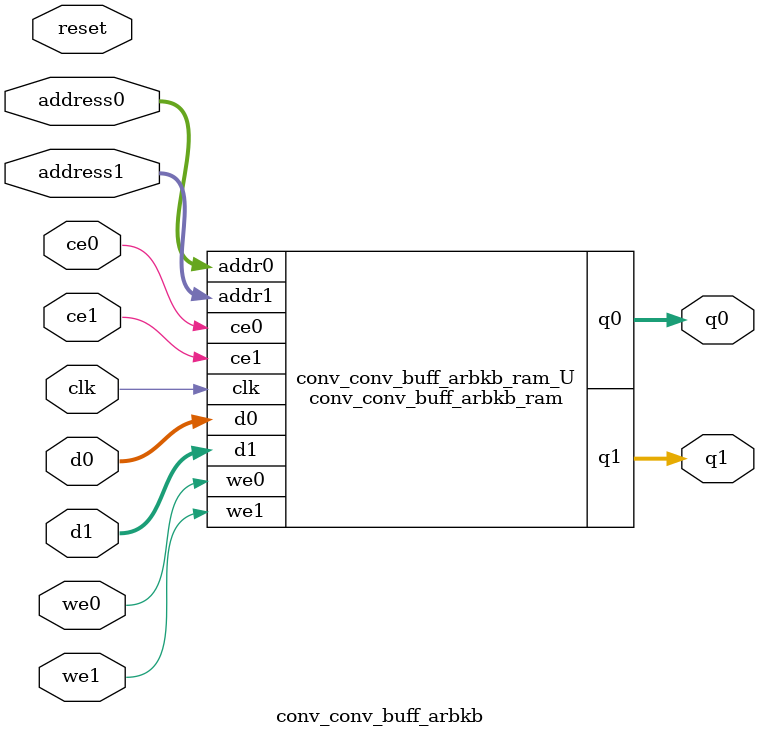
<source format=v>

`timescale 1 ns / 1 ps
module conv_conv_buff_arbkb_ram (addr0, ce0, d0, we0, q0, addr1, ce1, d1, we1, q1,  clk);

parameter DWIDTH = 24;
parameter AWIDTH = 7;
parameter MEM_SIZE = 100;

input[AWIDTH-1:0] addr0;
input ce0;
input[DWIDTH-1:0] d0;
input we0;
output reg[DWIDTH-1:0] q0;
input[AWIDTH-1:0] addr1;
input ce1;
input[DWIDTH-1:0] d1;
input we1;
output reg[DWIDTH-1:0] q1;
input clk;

(* ram_style = "block" *)reg [DWIDTH-1:0] ram[0:MEM_SIZE-1];




always @(posedge clk)  
begin 
    if (ce0) 
    begin
        if (we0) 
        begin 
            ram[addr0] <= d0; 
            q0 <= d0;
        end 
        else 
            q0 <= ram[addr0];
    end
end


always @(posedge clk)  
begin 
    if (ce1) 
    begin
        if (we1) 
        begin 
            ram[addr1] <= d1; 
            q1 <= d1;
        end 
        else 
            q1 <= ram[addr1];
    end
end


endmodule


`timescale 1 ns / 1 ps
module conv_conv_buff_arbkb(
    reset,
    clk,
    address0,
    ce0,
    we0,
    d0,
    q0,
    address1,
    ce1,
    we1,
    d1,
    q1);

parameter DataWidth = 32'd24;
parameter AddressRange = 32'd100;
parameter AddressWidth = 32'd7;
input reset;
input clk;
input[AddressWidth - 1:0] address0;
input ce0;
input we0;
input[DataWidth - 1:0] d0;
output[DataWidth - 1:0] q0;
input[AddressWidth - 1:0] address1;
input ce1;
input we1;
input[DataWidth - 1:0] d1;
output[DataWidth - 1:0] q1;



conv_conv_buff_arbkb_ram conv_conv_buff_arbkb_ram_U(
    .clk( clk ),
    .addr0( address0 ),
    .ce0( ce0 ),
    .d0( d0 ),
    .we0( we0 ),
    .q0( q0 ),
    .addr1( address1 ),
    .ce1( ce1 ),
    .d1( d1 ),
    .we1( we1 ),
    .q1( q1 ));

endmodule


</source>
